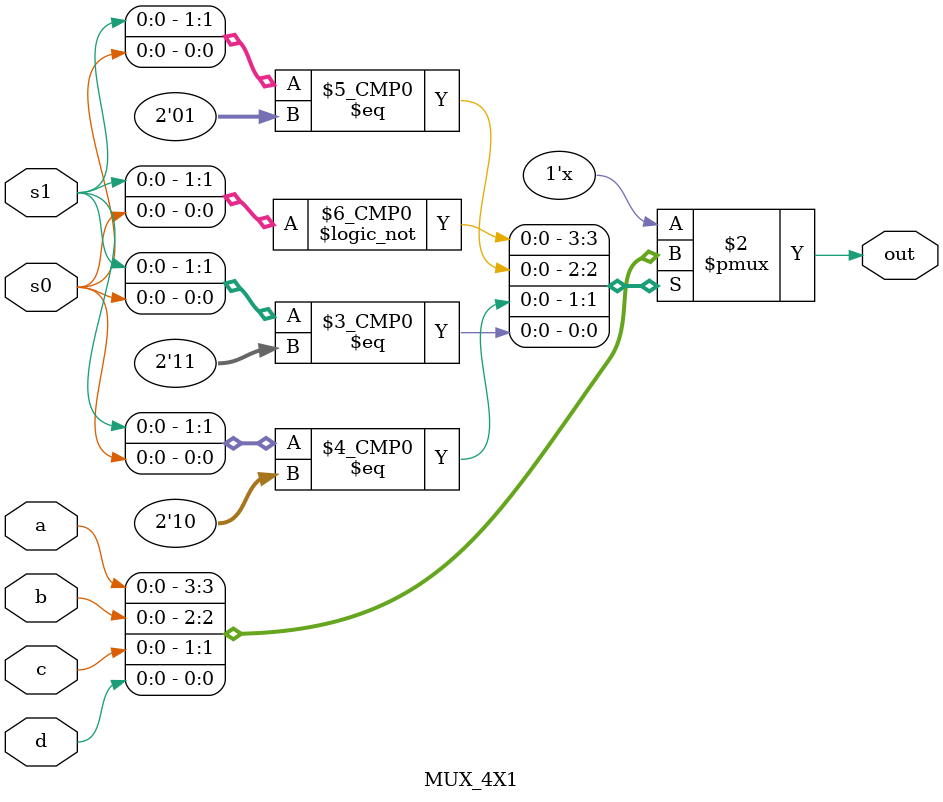
<source format=sv>
`timescale 1ns / 1ps 
module MUX_4X1(s0,s1,a,b,c,d,out);
  input a,b,c,d,s0,s1;
  output reg out;
  
  
  always @ (*)
    begin
      case({s1,s0})
         2'b00 : out <= a;
         2'b01 : out <= b;
         2'b10 : out <= c;
         2'b11 : out <= d;
    	endcase
    end
endmodule
</source>
